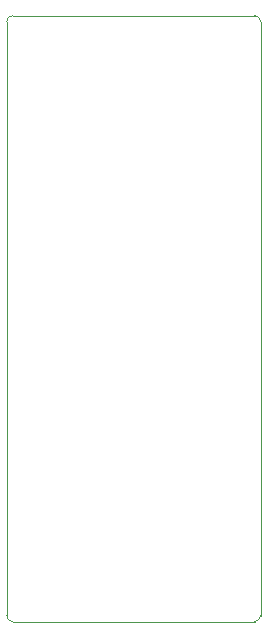
<source format=gm1>
G04 #@! TF.GenerationSoftware,KiCad,Pcbnew,(5.1.10)-1*
G04 #@! TF.CreationDate,2021-09-14T15:49:53+01:00*
G04 #@! TF.ProjectId,EnvOpenPico,456e764f-7065-46e5-9069-636f2e6b6963,REV1*
G04 #@! TF.SameCoordinates,Original*
G04 #@! TF.FileFunction,Profile,NP*
%FSLAX46Y46*%
G04 Gerber Fmt 4.6, Leading zero omitted, Abs format (unit mm)*
G04 Created by KiCad (PCBNEW (5.1.10)-1) date 2021-09-14 15:49:53*
%MOMM*%
%LPD*%
G01*
G04 APERTURE LIST*
G04 #@! TA.AperFunction,Profile*
%ADD10C,0.050000*%
G04 #@! TD*
G04 APERTURE END LIST*
D10*
X114400000Y-108025000D02*
G75*
G02*
X113900000Y-108525000I-500000J0D01*
G01*
X93400000Y-108525000D02*
G75*
G02*
X92900000Y-108025000I0J500000D01*
G01*
X92900000Y-57725000D02*
G75*
G02*
X93400000Y-57225000I500000J0D01*
G01*
X113900000Y-57225000D02*
G75*
G02*
X114400000Y-57725000I0J-500000D01*
G01*
X114400000Y-108025000D02*
X114400000Y-57725000D01*
X93400000Y-57225000D02*
X113900000Y-57225000D01*
X92900000Y-108025000D02*
X92900000Y-57725000D01*
X93400000Y-108525000D02*
X113900000Y-108525000D01*
M02*

</source>
